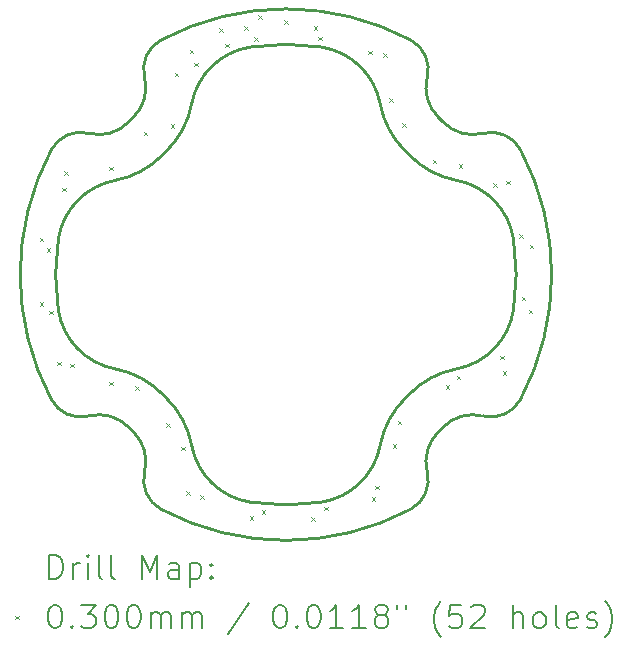
<source format=gbr>
%TF.GenerationSoftware,KiCad,Pcbnew,7.0.6*%
%TF.CreationDate,2023-08-09T16:46:37+09:30*%
%TF.ProjectId,interior-lighting,696e7465-7269-46f7-922d-6c6967687469,V1.0*%
%TF.SameCoordinates,Original*%
%TF.FileFunction,Drillmap*%
%TF.FilePolarity,Positive*%
%FSLAX45Y45*%
G04 Gerber Fmt 4.5, Leading zero omitted, Abs format (unit mm)*
G04 Created by KiCad (PCBNEW 7.0.6) date 2023-08-09 16:46:37*
%MOMM*%
%LPD*%
G01*
G04 APERTURE LIST*
%ADD10C,0.250000*%
%ADD11C,0.200000*%
%ADD12C,0.030000*%
G04 APERTURE END LIST*
D10*
X11669438Y-11195495D02*
G75*
G03*
X11986440Y-11055673I69622J271415D01*
G01*
X8803505Y-11668438D02*
G75*
G03*
X8708216Y-11330285I-339025J86968D01*
G01*
X10301341Y-11925581D02*
G75*
G03*
X10798352Y-11443311I-92731J592802D01*
G01*
X8943328Y-8012561D02*
G75*
G03*
X8803506Y-8329562I131592J-247379D01*
G01*
X11291783Y-11330284D02*
G75*
G03*
X11196494Y-11668438I243737J-251186D01*
G01*
X10301340Y-8072424D02*
G75*
G03*
X9698660Y-8072424I-301340J-1926575D01*
G01*
X8803505Y-11668438D02*
G75*
G03*
X8943327Y-11985440I271415J-69622D01*
G01*
X9201654Y-11443310D02*
G75*
G03*
X9698660Y-11925576I589726J110520D01*
G01*
X11926576Y-10300340D02*
G75*
G03*
X11926576Y-9697660I-1926576J301340D01*
G01*
X11669438Y-11195495D02*
G75*
G03*
X11331285Y-11290784I-86968J-339025D01*
G01*
X8955785Y-11012232D02*
G75*
G03*
X8986768Y-11043215I1043655J1012672D01*
G01*
X8986767Y-8954784D02*
G75*
G03*
X9201648Y-8554689I-522277J538254D01*
G01*
X11331284Y-8707217D02*
G75*
G03*
X11669438Y-8802506I251186J243737D01*
G01*
X11926581Y-9697659D02*
G75*
G03*
X11444311Y-9200648I-592802J-92731D01*
G01*
X8330562Y-8802505D02*
G75*
G03*
X8668715Y-8707216I86968J339025D01*
G01*
X8943327Y-11985440D02*
G75*
G03*
X11056673Y-11985440I1056673J1986440D01*
G01*
X11444311Y-10797351D02*
G75*
G03*
X11044215Y-11012232I138169J-737179D01*
G01*
X8330562Y-8802505D02*
G75*
G03*
X8013560Y-8942327I-69622J-271415D01*
G01*
X8986768Y-8954785D02*
G75*
G03*
X8955785Y-8985768I1012672J-1043655D01*
G01*
X8668715Y-11290784D02*
G75*
G03*
X8708216Y-11330285I1330855J1291354D01*
G01*
X11196495Y-8329562D02*
G75*
G03*
X11056673Y-8012560I-271415J69622D01*
G01*
X8073418Y-10300341D02*
G75*
G03*
X8555689Y-10797352I592802J92731D01*
G01*
X10798351Y-8554689D02*
G75*
G03*
X11013232Y-8954785I737179J138169D01*
G01*
X11044217Y-8985767D02*
G75*
G03*
X11444311Y-9200648I538253J522277D01*
G01*
X8708216Y-8667715D02*
G75*
G03*
X8668715Y-8707216I1291354J-1330855D01*
G01*
X9698660Y-11925576D02*
G75*
G03*
X10301340Y-11925576I301340J1926575D01*
G01*
X11013233Y-11043217D02*
G75*
G03*
X10798352Y-11443311I522277J-538253D01*
G01*
X8013561Y-11055672D02*
G75*
G03*
X8330562Y-11195494I247379J131592D01*
G01*
X11444310Y-10797346D02*
G75*
G03*
X11926576Y-10300340I-110520J589726D01*
G01*
X8555689Y-9200649D02*
G75*
G03*
X8955785Y-8985768I-138169J737179D01*
G01*
X8708217Y-8667716D02*
G75*
G03*
X8803506Y-8329562I-243737J251186D01*
G01*
X11291784Y-11330285D02*
G75*
G03*
X11331285Y-11290784I-1291354J1330855D01*
G01*
X11044215Y-8985768D02*
G75*
G03*
X11013232Y-8954785I-1043655J-1012672D01*
G01*
X8668716Y-11290783D02*
G75*
G03*
X8330562Y-11195494I-251186J-243737D01*
G01*
X10798346Y-8554690D02*
G75*
G03*
X10301340Y-8072424I-589726J-110520D01*
G01*
X11056672Y-11985439D02*
G75*
G03*
X11196494Y-11668438I-131592J247379D01*
G01*
X8955784Y-11012233D02*
G75*
G03*
X8555689Y-10797352I-538254J-522277D01*
G01*
X8555690Y-9200654D02*
G75*
G03*
X8073424Y-9697660I110520J-589726D01*
G01*
X9698660Y-8072424D02*
G75*
G03*
X9201648Y-8554689I92726J-592799D01*
G01*
X11331285Y-8707216D02*
G75*
G03*
X11291784Y-8667715I-1330855J-1291354D01*
G01*
X8073424Y-9697660D02*
G75*
G03*
X8073424Y-10300340I1926576J-301340D01*
G01*
X11196495Y-8329562D02*
G75*
G03*
X11291784Y-8667715I339025J-86968D01*
G01*
X11013232Y-11043215D02*
G75*
G03*
X11044215Y-11012232I-1012672J1043655D01*
G01*
X9201649Y-11443311D02*
G75*
G03*
X8986768Y-11043215I-737179J-138169D01*
G01*
X8013560Y-8942327D02*
G75*
G03*
X8013560Y-11055673I1986440J-1056673D01*
G01*
X11986440Y-11055673D02*
G75*
G03*
X11986440Y-8942327I-1986440J1056673D01*
G01*
X11056673Y-8012560D02*
G75*
G03*
X8943327Y-8012560I-1056673J-1986440D01*
G01*
X11986439Y-8942328D02*
G75*
G03*
X11669438Y-8802506I-247379J-131592D01*
G01*
D11*
D12*
X7915000Y-9685000D02*
X7945000Y-9715000D01*
X7945000Y-9685000D02*
X7915000Y-9715000D01*
X7915000Y-10235000D02*
X7945000Y-10265000D01*
X7945000Y-10235000D02*
X7915000Y-10265000D01*
X7975000Y-9775000D02*
X8005000Y-9805000D01*
X8005000Y-9775000D02*
X7975000Y-9805000D01*
X7995000Y-10305000D02*
X8025000Y-10335000D01*
X8025000Y-10305000D02*
X7995000Y-10335000D01*
X8065000Y-10735000D02*
X8095000Y-10765000D01*
X8095000Y-10735000D02*
X8065000Y-10765000D01*
X8105000Y-9265000D02*
X8135000Y-9295000D01*
X8135000Y-9265000D02*
X8105000Y-9295000D01*
X8125000Y-9125000D02*
X8155000Y-9155000D01*
X8155000Y-9125000D02*
X8125000Y-9155000D01*
X8175000Y-10755000D02*
X8205000Y-10785000D01*
X8205000Y-10755000D02*
X8175000Y-10785000D01*
X8505000Y-9085000D02*
X8535000Y-9115000D01*
X8535000Y-9085000D02*
X8505000Y-9115000D01*
X8505000Y-10905000D02*
X8535000Y-10935000D01*
X8535000Y-10905000D02*
X8505000Y-10935000D01*
X8725000Y-10945000D02*
X8755000Y-10975000D01*
X8755000Y-10945000D02*
X8725000Y-10975000D01*
X8795000Y-8790000D02*
X8825000Y-8820000D01*
X8825000Y-8790000D02*
X8795000Y-8820000D01*
X8985000Y-11255000D02*
X9015000Y-11285000D01*
X9015000Y-11255000D02*
X8985000Y-11285000D01*
X9025000Y-8725000D02*
X9055000Y-8755000D01*
X9055000Y-8725000D02*
X9025000Y-8755000D01*
X9060000Y-8290000D02*
X9090000Y-8320000D01*
X9090000Y-8290000D02*
X9060000Y-8320000D01*
X9115000Y-11455000D02*
X9145000Y-11485000D01*
X9145000Y-11455000D02*
X9115000Y-11485000D01*
X9155000Y-11835000D02*
X9185000Y-11865000D01*
X9185000Y-11835000D02*
X9155000Y-11865000D01*
X9185000Y-8095000D02*
X9215000Y-8125000D01*
X9215000Y-8095000D02*
X9185000Y-8125000D01*
X9225000Y-8205000D02*
X9255000Y-8235000D01*
X9255000Y-8205000D02*
X9225000Y-8235000D01*
X9275000Y-11865000D02*
X9305000Y-11895000D01*
X9305000Y-11865000D02*
X9275000Y-11895000D01*
X9435000Y-7915000D02*
X9465000Y-7945000D01*
X9465000Y-7915000D02*
X9435000Y-7945000D01*
X9485000Y-8045000D02*
X9515000Y-8075000D01*
X9515000Y-8045000D02*
X9485000Y-8075000D01*
X9645000Y-7895000D02*
X9675000Y-7925000D01*
X9675000Y-7895000D02*
X9645000Y-7925000D01*
X9695000Y-12045000D02*
X9725000Y-12075000D01*
X9725000Y-12045000D02*
X9695000Y-12075000D01*
X9730000Y-7990000D02*
X9760000Y-8020000D01*
X9760000Y-7990000D02*
X9730000Y-8020000D01*
X9765000Y-7805000D02*
X9795000Y-7835000D01*
X9795000Y-7805000D02*
X9765000Y-7835000D01*
X9795000Y-11995000D02*
X9825000Y-12025000D01*
X9825000Y-11995000D02*
X9795000Y-12025000D01*
X9985000Y-7845000D02*
X10015000Y-7875000D01*
X10015000Y-7845000D02*
X9985000Y-7875000D01*
X10215000Y-12055000D02*
X10245000Y-12085000D01*
X10245000Y-12055000D02*
X10215000Y-12085000D01*
X10235000Y-7895000D02*
X10265000Y-7925000D01*
X10265000Y-7895000D02*
X10235000Y-7925000D01*
X10275000Y-7985000D02*
X10305000Y-8015000D01*
X10305000Y-7985000D02*
X10275000Y-8015000D01*
X10325000Y-11965000D02*
X10355000Y-11995000D01*
X10355000Y-11965000D02*
X10325000Y-11995000D01*
X10695000Y-8105000D02*
X10725000Y-8135000D01*
X10725000Y-8105000D02*
X10695000Y-8135000D01*
X10725000Y-11885000D02*
X10755000Y-11915000D01*
X10755000Y-11885000D02*
X10725000Y-11915000D01*
X10755000Y-11785000D02*
X10785000Y-11815000D01*
X10785000Y-11785000D02*
X10755000Y-11815000D01*
X10825000Y-8125000D02*
X10855000Y-8155000D01*
X10855000Y-8125000D02*
X10825000Y-8155000D01*
X10875000Y-8505000D02*
X10905000Y-8535000D01*
X10905000Y-8505000D02*
X10875000Y-8535000D01*
X10905000Y-11435000D02*
X10935000Y-11465000D01*
X10935000Y-11435000D02*
X10905000Y-11465000D01*
X10945000Y-11235000D02*
X10975000Y-11265000D01*
X10975000Y-11235000D02*
X10945000Y-11265000D01*
X10985000Y-8715000D02*
X11015000Y-8745000D01*
X11015000Y-8715000D02*
X10985000Y-8745000D01*
X11245000Y-9025000D02*
X11275000Y-9055000D01*
X11275000Y-9025000D02*
X11245000Y-9055000D01*
X11355000Y-10935000D02*
X11385000Y-10965000D01*
X11385000Y-10935000D02*
X11355000Y-10965000D01*
X11445000Y-10855000D02*
X11475000Y-10885000D01*
X11475000Y-10855000D02*
X11445000Y-10885000D01*
X11465000Y-9065000D02*
X11495000Y-9095000D01*
X11495000Y-9065000D02*
X11465000Y-9095000D01*
X11755000Y-9225000D02*
X11785000Y-9255000D01*
X11785000Y-9225000D02*
X11755000Y-9255000D01*
X11815000Y-10685000D02*
X11845000Y-10715000D01*
X11845000Y-10685000D02*
X11815000Y-10715000D01*
X11835000Y-10815000D02*
X11865000Y-10845000D01*
X11865000Y-10815000D02*
X11835000Y-10845000D01*
X11865000Y-9205000D02*
X11895000Y-9235000D01*
X11895000Y-9205000D02*
X11865000Y-9235000D01*
X11975000Y-9655000D02*
X12005000Y-9685000D01*
X12005000Y-9655000D02*
X11975000Y-9685000D01*
X11995000Y-10185000D02*
X12025000Y-10215000D01*
X12025000Y-10185000D02*
X11995000Y-10215000D01*
X12055000Y-10295000D02*
X12085000Y-10325000D01*
X12085000Y-10295000D02*
X12055000Y-10325000D01*
X12065000Y-9745000D02*
X12095000Y-9775000D01*
X12095000Y-9745000D02*
X12065000Y-9775000D01*
D11*
X7998277Y-12572984D02*
X7998277Y-12372984D01*
X7998277Y-12372984D02*
X8045896Y-12372984D01*
X8045896Y-12372984D02*
X8074467Y-12382508D01*
X8074467Y-12382508D02*
X8093515Y-12401555D01*
X8093515Y-12401555D02*
X8103039Y-12420603D01*
X8103039Y-12420603D02*
X8112562Y-12458698D01*
X8112562Y-12458698D02*
X8112562Y-12487269D01*
X8112562Y-12487269D02*
X8103039Y-12525365D01*
X8103039Y-12525365D02*
X8093515Y-12544412D01*
X8093515Y-12544412D02*
X8074467Y-12563460D01*
X8074467Y-12563460D02*
X8045896Y-12572984D01*
X8045896Y-12572984D02*
X7998277Y-12572984D01*
X8198277Y-12572984D02*
X8198277Y-12439650D01*
X8198277Y-12477746D02*
X8207801Y-12458698D01*
X8207801Y-12458698D02*
X8217324Y-12449174D01*
X8217324Y-12449174D02*
X8236372Y-12439650D01*
X8236372Y-12439650D02*
X8255420Y-12439650D01*
X8322086Y-12572984D02*
X8322086Y-12439650D01*
X8322086Y-12372984D02*
X8312562Y-12382508D01*
X8312562Y-12382508D02*
X8322086Y-12392031D01*
X8322086Y-12392031D02*
X8331610Y-12382508D01*
X8331610Y-12382508D02*
X8322086Y-12372984D01*
X8322086Y-12372984D02*
X8322086Y-12392031D01*
X8445896Y-12572984D02*
X8426848Y-12563460D01*
X8426848Y-12563460D02*
X8417324Y-12544412D01*
X8417324Y-12544412D02*
X8417324Y-12372984D01*
X8550658Y-12572984D02*
X8531610Y-12563460D01*
X8531610Y-12563460D02*
X8522086Y-12544412D01*
X8522086Y-12544412D02*
X8522086Y-12372984D01*
X8779229Y-12572984D02*
X8779229Y-12372984D01*
X8779229Y-12372984D02*
X8845896Y-12515841D01*
X8845896Y-12515841D02*
X8912563Y-12372984D01*
X8912563Y-12372984D02*
X8912563Y-12572984D01*
X9093515Y-12572984D02*
X9093515Y-12468222D01*
X9093515Y-12468222D02*
X9083991Y-12449174D01*
X9083991Y-12449174D02*
X9064944Y-12439650D01*
X9064944Y-12439650D02*
X9026848Y-12439650D01*
X9026848Y-12439650D02*
X9007801Y-12449174D01*
X9093515Y-12563460D02*
X9074467Y-12572984D01*
X9074467Y-12572984D02*
X9026848Y-12572984D01*
X9026848Y-12572984D02*
X9007801Y-12563460D01*
X9007801Y-12563460D02*
X8998277Y-12544412D01*
X8998277Y-12544412D02*
X8998277Y-12525365D01*
X8998277Y-12525365D02*
X9007801Y-12506317D01*
X9007801Y-12506317D02*
X9026848Y-12496793D01*
X9026848Y-12496793D02*
X9074467Y-12496793D01*
X9074467Y-12496793D02*
X9093515Y-12487269D01*
X9188753Y-12439650D02*
X9188753Y-12639650D01*
X9188753Y-12449174D02*
X9207801Y-12439650D01*
X9207801Y-12439650D02*
X9245896Y-12439650D01*
X9245896Y-12439650D02*
X9264944Y-12449174D01*
X9264944Y-12449174D02*
X9274467Y-12458698D01*
X9274467Y-12458698D02*
X9283991Y-12477746D01*
X9283991Y-12477746D02*
X9283991Y-12534888D01*
X9283991Y-12534888D02*
X9274467Y-12553936D01*
X9274467Y-12553936D02*
X9264944Y-12563460D01*
X9264944Y-12563460D02*
X9245896Y-12572984D01*
X9245896Y-12572984D02*
X9207801Y-12572984D01*
X9207801Y-12572984D02*
X9188753Y-12563460D01*
X9369705Y-12553936D02*
X9379229Y-12563460D01*
X9379229Y-12563460D02*
X9369705Y-12572984D01*
X9369705Y-12572984D02*
X9360182Y-12563460D01*
X9360182Y-12563460D02*
X9369705Y-12553936D01*
X9369705Y-12553936D02*
X9369705Y-12572984D01*
X9369705Y-12449174D02*
X9379229Y-12458698D01*
X9379229Y-12458698D02*
X9369705Y-12468222D01*
X9369705Y-12468222D02*
X9360182Y-12458698D01*
X9360182Y-12458698D02*
X9369705Y-12449174D01*
X9369705Y-12449174D02*
X9369705Y-12468222D01*
D12*
X7707500Y-12886500D02*
X7737500Y-12916500D01*
X7737500Y-12886500D02*
X7707500Y-12916500D01*
D11*
X8036372Y-12792984D02*
X8055420Y-12792984D01*
X8055420Y-12792984D02*
X8074467Y-12802508D01*
X8074467Y-12802508D02*
X8083991Y-12812031D01*
X8083991Y-12812031D02*
X8093515Y-12831079D01*
X8093515Y-12831079D02*
X8103039Y-12869174D01*
X8103039Y-12869174D02*
X8103039Y-12916793D01*
X8103039Y-12916793D02*
X8093515Y-12954888D01*
X8093515Y-12954888D02*
X8083991Y-12973936D01*
X8083991Y-12973936D02*
X8074467Y-12983460D01*
X8074467Y-12983460D02*
X8055420Y-12992984D01*
X8055420Y-12992984D02*
X8036372Y-12992984D01*
X8036372Y-12992984D02*
X8017324Y-12983460D01*
X8017324Y-12983460D02*
X8007801Y-12973936D01*
X8007801Y-12973936D02*
X7998277Y-12954888D01*
X7998277Y-12954888D02*
X7988753Y-12916793D01*
X7988753Y-12916793D02*
X7988753Y-12869174D01*
X7988753Y-12869174D02*
X7998277Y-12831079D01*
X7998277Y-12831079D02*
X8007801Y-12812031D01*
X8007801Y-12812031D02*
X8017324Y-12802508D01*
X8017324Y-12802508D02*
X8036372Y-12792984D01*
X8188753Y-12973936D02*
X8198277Y-12983460D01*
X8198277Y-12983460D02*
X8188753Y-12992984D01*
X8188753Y-12992984D02*
X8179229Y-12983460D01*
X8179229Y-12983460D02*
X8188753Y-12973936D01*
X8188753Y-12973936D02*
X8188753Y-12992984D01*
X8264943Y-12792984D02*
X8388753Y-12792984D01*
X8388753Y-12792984D02*
X8322086Y-12869174D01*
X8322086Y-12869174D02*
X8350658Y-12869174D01*
X8350658Y-12869174D02*
X8369705Y-12878698D01*
X8369705Y-12878698D02*
X8379229Y-12888222D01*
X8379229Y-12888222D02*
X8388753Y-12907269D01*
X8388753Y-12907269D02*
X8388753Y-12954888D01*
X8388753Y-12954888D02*
X8379229Y-12973936D01*
X8379229Y-12973936D02*
X8369705Y-12983460D01*
X8369705Y-12983460D02*
X8350658Y-12992984D01*
X8350658Y-12992984D02*
X8293515Y-12992984D01*
X8293515Y-12992984D02*
X8274467Y-12983460D01*
X8274467Y-12983460D02*
X8264943Y-12973936D01*
X8512563Y-12792984D02*
X8531610Y-12792984D01*
X8531610Y-12792984D02*
X8550658Y-12802508D01*
X8550658Y-12802508D02*
X8560182Y-12812031D01*
X8560182Y-12812031D02*
X8569705Y-12831079D01*
X8569705Y-12831079D02*
X8579229Y-12869174D01*
X8579229Y-12869174D02*
X8579229Y-12916793D01*
X8579229Y-12916793D02*
X8569705Y-12954888D01*
X8569705Y-12954888D02*
X8560182Y-12973936D01*
X8560182Y-12973936D02*
X8550658Y-12983460D01*
X8550658Y-12983460D02*
X8531610Y-12992984D01*
X8531610Y-12992984D02*
X8512563Y-12992984D01*
X8512563Y-12992984D02*
X8493515Y-12983460D01*
X8493515Y-12983460D02*
X8483991Y-12973936D01*
X8483991Y-12973936D02*
X8474467Y-12954888D01*
X8474467Y-12954888D02*
X8464944Y-12916793D01*
X8464944Y-12916793D02*
X8464944Y-12869174D01*
X8464944Y-12869174D02*
X8474467Y-12831079D01*
X8474467Y-12831079D02*
X8483991Y-12812031D01*
X8483991Y-12812031D02*
X8493515Y-12802508D01*
X8493515Y-12802508D02*
X8512563Y-12792984D01*
X8703039Y-12792984D02*
X8722086Y-12792984D01*
X8722086Y-12792984D02*
X8741134Y-12802508D01*
X8741134Y-12802508D02*
X8750658Y-12812031D01*
X8750658Y-12812031D02*
X8760182Y-12831079D01*
X8760182Y-12831079D02*
X8769705Y-12869174D01*
X8769705Y-12869174D02*
X8769705Y-12916793D01*
X8769705Y-12916793D02*
X8760182Y-12954888D01*
X8760182Y-12954888D02*
X8750658Y-12973936D01*
X8750658Y-12973936D02*
X8741134Y-12983460D01*
X8741134Y-12983460D02*
X8722086Y-12992984D01*
X8722086Y-12992984D02*
X8703039Y-12992984D01*
X8703039Y-12992984D02*
X8683991Y-12983460D01*
X8683991Y-12983460D02*
X8674467Y-12973936D01*
X8674467Y-12973936D02*
X8664944Y-12954888D01*
X8664944Y-12954888D02*
X8655420Y-12916793D01*
X8655420Y-12916793D02*
X8655420Y-12869174D01*
X8655420Y-12869174D02*
X8664944Y-12831079D01*
X8664944Y-12831079D02*
X8674467Y-12812031D01*
X8674467Y-12812031D02*
X8683991Y-12802508D01*
X8683991Y-12802508D02*
X8703039Y-12792984D01*
X8855420Y-12992984D02*
X8855420Y-12859650D01*
X8855420Y-12878698D02*
X8864944Y-12869174D01*
X8864944Y-12869174D02*
X8883991Y-12859650D01*
X8883991Y-12859650D02*
X8912563Y-12859650D01*
X8912563Y-12859650D02*
X8931610Y-12869174D01*
X8931610Y-12869174D02*
X8941134Y-12888222D01*
X8941134Y-12888222D02*
X8941134Y-12992984D01*
X8941134Y-12888222D02*
X8950658Y-12869174D01*
X8950658Y-12869174D02*
X8969705Y-12859650D01*
X8969705Y-12859650D02*
X8998277Y-12859650D01*
X8998277Y-12859650D02*
X9017325Y-12869174D01*
X9017325Y-12869174D02*
X9026848Y-12888222D01*
X9026848Y-12888222D02*
X9026848Y-12992984D01*
X9122086Y-12992984D02*
X9122086Y-12859650D01*
X9122086Y-12878698D02*
X9131610Y-12869174D01*
X9131610Y-12869174D02*
X9150658Y-12859650D01*
X9150658Y-12859650D02*
X9179229Y-12859650D01*
X9179229Y-12859650D02*
X9198277Y-12869174D01*
X9198277Y-12869174D02*
X9207801Y-12888222D01*
X9207801Y-12888222D02*
X9207801Y-12992984D01*
X9207801Y-12888222D02*
X9217325Y-12869174D01*
X9217325Y-12869174D02*
X9236372Y-12859650D01*
X9236372Y-12859650D02*
X9264944Y-12859650D01*
X9264944Y-12859650D02*
X9283991Y-12869174D01*
X9283991Y-12869174D02*
X9293515Y-12888222D01*
X9293515Y-12888222D02*
X9293515Y-12992984D01*
X9683991Y-12783460D02*
X9512563Y-13040603D01*
X9941134Y-12792984D02*
X9960182Y-12792984D01*
X9960182Y-12792984D02*
X9979229Y-12802508D01*
X9979229Y-12802508D02*
X9988753Y-12812031D01*
X9988753Y-12812031D02*
X9998277Y-12831079D01*
X9998277Y-12831079D02*
X10007801Y-12869174D01*
X10007801Y-12869174D02*
X10007801Y-12916793D01*
X10007801Y-12916793D02*
X9998277Y-12954888D01*
X9998277Y-12954888D02*
X9988753Y-12973936D01*
X9988753Y-12973936D02*
X9979229Y-12983460D01*
X9979229Y-12983460D02*
X9960182Y-12992984D01*
X9960182Y-12992984D02*
X9941134Y-12992984D01*
X9941134Y-12992984D02*
X9922087Y-12983460D01*
X9922087Y-12983460D02*
X9912563Y-12973936D01*
X9912563Y-12973936D02*
X9903039Y-12954888D01*
X9903039Y-12954888D02*
X9893515Y-12916793D01*
X9893515Y-12916793D02*
X9893515Y-12869174D01*
X9893515Y-12869174D02*
X9903039Y-12831079D01*
X9903039Y-12831079D02*
X9912563Y-12812031D01*
X9912563Y-12812031D02*
X9922087Y-12802508D01*
X9922087Y-12802508D02*
X9941134Y-12792984D01*
X10093515Y-12973936D02*
X10103039Y-12983460D01*
X10103039Y-12983460D02*
X10093515Y-12992984D01*
X10093515Y-12992984D02*
X10083991Y-12983460D01*
X10083991Y-12983460D02*
X10093515Y-12973936D01*
X10093515Y-12973936D02*
X10093515Y-12992984D01*
X10226848Y-12792984D02*
X10245896Y-12792984D01*
X10245896Y-12792984D02*
X10264944Y-12802508D01*
X10264944Y-12802508D02*
X10274468Y-12812031D01*
X10274468Y-12812031D02*
X10283991Y-12831079D01*
X10283991Y-12831079D02*
X10293515Y-12869174D01*
X10293515Y-12869174D02*
X10293515Y-12916793D01*
X10293515Y-12916793D02*
X10283991Y-12954888D01*
X10283991Y-12954888D02*
X10274468Y-12973936D01*
X10274468Y-12973936D02*
X10264944Y-12983460D01*
X10264944Y-12983460D02*
X10245896Y-12992984D01*
X10245896Y-12992984D02*
X10226848Y-12992984D01*
X10226848Y-12992984D02*
X10207801Y-12983460D01*
X10207801Y-12983460D02*
X10198277Y-12973936D01*
X10198277Y-12973936D02*
X10188753Y-12954888D01*
X10188753Y-12954888D02*
X10179229Y-12916793D01*
X10179229Y-12916793D02*
X10179229Y-12869174D01*
X10179229Y-12869174D02*
X10188753Y-12831079D01*
X10188753Y-12831079D02*
X10198277Y-12812031D01*
X10198277Y-12812031D02*
X10207801Y-12802508D01*
X10207801Y-12802508D02*
X10226848Y-12792984D01*
X10483991Y-12992984D02*
X10369706Y-12992984D01*
X10426848Y-12992984D02*
X10426848Y-12792984D01*
X10426848Y-12792984D02*
X10407801Y-12821555D01*
X10407801Y-12821555D02*
X10388753Y-12840603D01*
X10388753Y-12840603D02*
X10369706Y-12850127D01*
X10674468Y-12992984D02*
X10560182Y-12992984D01*
X10617325Y-12992984D02*
X10617325Y-12792984D01*
X10617325Y-12792984D02*
X10598277Y-12821555D01*
X10598277Y-12821555D02*
X10579229Y-12840603D01*
X10579229Y-12840603D02*
X10560182Y-12850127D01*
X10788753Y-12878698D02*
X10769706Y-12869174D01*
X10769706Y-12869174D02*
X10760182Y-12859650D01*
X10760182Y-12859650D02*
X10750658Y-12840603D01*
X10750658Y-12840603D02*
X10750658Y-12831079D01*
X10750658Y-12831079D02*
X10760182Y-12812031D01*
X10760182Y-12812031D02*
X10769706Y-12802508D01*
X10769706Y-12802508D02*
X10788753Y-12792984D01*
X10788753Y-12792984D02*
X10826849Y-12792984D01*
X10826849Y-12792984D02*
X10845896Y-12802508D01*
X10845896Y-12802508D02*
X10855420Y-12812031D01*
X10855420Y-12812031D02*
X10864944Y-12831079D01*
X10864944Y-12831079D02*
X10864944Y-12840603D01*
X10864944Y-12840603D02*
X10855420Y-12859650D01*
X10855420Y-12859650D02*
X10845896Y-12869174D01*
X10845896Y-12869174D02*
X10826849Y-12878698D01*
X10826849Y-12878698D02*
X10788753Y-12878698D01*
X10788753Y-12878698D02*
X10769706Y-12888222D01*
X10769706Y-12888222D02*
X10760182Y-12897746D01*
X10760182Y-12897746D02*
X10750658Y-12916793D01*
X10750658Y-12916793D02*
X10750658Y-12954888D01*
X10750658Y-12954888D02*
X10760182Y-12973936D01*
X10760182Y-12973936D02*
X10769706Y-12983460D01*
X10769706Y-12983460D02*
X10788753Y-12992984D01*
X10788753Y-12992984D02*
X10826849Y-12992984D01*
X10826849Y-12992984D02*
X10845896Y-12983460D01*
X10845896Y-12983460D02*
X10855420Y-12973936D01*
X10855420Y-12973936D02*
X10864944Y-12954888D01*
X10864944Y-12954888D02*
X10864944Y-12916793D01*
X10864944Y-12916793D02*
X10855420Y-12897746D01*
X10855420Y-12897746D02*
X10845896Y-12888222D01*
X10845896Y-12888222D02*
X10826849Y-12878698D01*
X10941134Y-12792984D02*
X10941134Y-12831079D01*
X11017325Y-12792984D02*
X11017325Y-12831079D01*
X11312563Y-13069174D02*
X11303039Y-13059650D01*
X11303039Y-13059650D02*
X11283991Y-13031079D01*
X11283991Y-13031079D02*
X11274468Y-13012031D01*
X11274468Y-13012031D02*
X11264944Y-12983460D01*
X11264944Y-12983460D02*
X11255420Y-12935841D01*
X11255420Y-12935841D02*
X11255420Y-12897746D01*
X11255420Y-12897746D02*
X11264944Y-12850127D01*
X11264944Y-12850127D02*
X11274468Y-12821555D01*
X11274468Y-12821555D02*
X11283991Y-12802508D01*
X11283991Y-12802508D02*
X11303039Y-12773936D01*
X11303039Y-12773936D02*
X11312563Y-12764412D01*
X11483991Y-12792984D02*
X11388753Y-12792984D01*
X11388753Y-12792984D02*
X11379229Y-12888222D01*
X11379229Y-12888222D02*
X11388753Y-12878698D01*
X11388753Y-12878698D02*
X11407801Y-12869174D01*
X11407801Y-12869174D02*
X11455420Y-12869174D01*
X11455420Y-12869174D02*
X11474468Y-12878698D01*
X11474468Y-12878698D02*
X11483991Y-12888222D01*
X11483991Y-12888222D02*
X11493515Y-12907269D01*
X11493515Y-12907269D02*
X11493515Y-12954888D01*
X11493515Y-12954888D02*
X11483991Y-12973936D01*
X11483991Y-12973936D02*
X11474468Y-12983460D01*
X11474468Y-12983460D02*
X11455420Y-12992984D01*
X11455420Y-12992984D02*
X11407801Y-12992984D01*
X11407801Y-12992984D02*
X11388753Y-12983460D01*
X11388753Y-12983460D02*
X11379229Y-12973936D01*
X11569706Y-12812031D02*
X11579229Y-12802508D01*
X11579229Y-12802508D02*
X11598277Y-12792984D01*
X11598277Y-12792984D02*
X11645896Y-12792984D01*
X11645896Y-12792984D02*
X11664944Y-12802508D01*
X11664944Y-12802508D02*
X11674468Y-12812031D01*
X11674468Y-12812031D02*
X11683991Y-12831079D01*
X11683991Y-12831079D02*
X11683991Y-12850127D01*
X11683991Y-12850127D02*
X11674468Y-12878698D01*
X11674468Y-12878698D02*
X11560182Y-12992984D01*
X11560182Y-12992984D02*
X11683991Y-12992984D01*
X11922087Y-12992984D02*
X11922087Y-12792984D01*
X12007801Y-12992984D02*
X12007801Y-12888222D01*
X12007801Y-12888222D02*
X11998277Y-12869174D01*
X11998277Y-12869174D02*
X11979230Y-12859650D01*
X11979230Y-12859650D02*
X11950658Y-12859650D01*
X11950658Y-12859650D02*
X11931610Y-12869174D01*
X11931610Y-12869174D02*
X11922087Y-12878698D01*
X12131610Y-12992984D02*
X12112563Y-12983460D01*
X12112563Y-12983460D02*
X12103039Y-12973936D01*
X12103039Y-12973936D02*
X12093515Y-12954888D01*
X12093515Y-12954888D02*
X12093515Y-12897746D01*
X12093515Y-12897746D02*
X12103039Y-12878698D01*
X12103039Y-12878698D02*
X12112563Y-12869174D01*
X12112563Y-12869174D02*
X12131610Y-12859650D01*
X12131610Y-12859650D02*
X12160182Y-12859650D01*
X12160182Y-12859650D02*
X12179230Y-12869174D01*
X12179230Y-12869174D02*
X12188753Y-12878698D01*
X12188753Y-12878698D02*
X12198277Y-12897746D01*
X12198277Y-12897746D02*
X12198277Y-12954888D01*
X12198277Y-12954888D02*
X12188753Y-12973936D01*
X12188753Y-12973936D02*
X12179230Y-12983460D01*
X12179230Y-12983460D02*
X12160182Y-12992984D01*
X12160182Y-12992984D02*
X12131610Y-12992984D01*
X12312563Y-12992984D02*
X12293515Y-12983460D01*
X12293515Y-12983460D02*
X12283991Y-12964412D01*
X12283991Y-12964412D02*
X12283991Y-12792984D01*
X12464944Y-12983460D02*
X12445896Y-12992984D01*
X12445896Y-12992984D02*
X12407801Y-12992984D01*
X12407801Y-12992984D02*
X12388753Y-12983460D01*
X12388753Y-12983460D02*
X12379230Y-12964412D01*
X12379230Y-12964412D02*
X12379230Y-12888222D01*
X12379230Y-12888222D02*
X12388753Y-12869174D01*
X12388753Y-12869174D02*
X12407801Y-12859650D01*
X12407801Y-12859650D02*
X12445896Y-12859650D01*
X12445896Y-12859650D02*
X12464944Y-12869174D01*
X12464944Y-12869174D02*
X12474468Y-12888222D01*
X12474468Y-12888222D02*
X12474468Y-12907269D01*
X12474468Y-12907269D02*
X12379230Y-12926317D01*
X12550658Y-12983460D02*
X12569706Y-12992984D01*
X12569706Y-12992984D02*
X12607801Y-12992984D01*
X12607801Y-12992984D02*
X12626849Y-12983460D01*
X12626849Y-12983460D02*
X12636372Y-12964412D01*
X12636372Y-12964412D02*
X12636372Y-12954888D01*
X12636372Y-12954888D02*
X12626849Y-12935841D01*
X12626849Y-12935841D02*
X12607801Y-12926317D01*
X12607801Y-12926317D02*
X12579230Y-12926317D01*
X12579230Y-12926317D02*
X12560182Y-12916793D01*
X12560182Y-12916793D02*
X12550658Y-12897746D01*
X12550658Y-12897746D02*
X12550658Y-12888222D01*
X12550658Y-12888222D02*
X12560182Y-12869174D01*
X12560182Y-12869174D02*
X12579230Y-12859650D01*
X12579230Y-12859650D02*
X12607801Y-12859650D01*
X12607801Y-12859650D02*
X12626849Y-12869174D01*
X12703039Y-13069174D02*
X12712563Y-13059650D01*
X12712563Y-13059650D02*
X12731611Y-13031079D01*
X12731611Y-13031079D02*
X12741134Y-13012031D01*
X12741134Y-13012031D02*
X12750658Y-12983460D01*
X12750658Y-12983460D02*
X12760182Y-12935841D01*
X12760182Y-12935841D02*
X12760182Y-12897746D01*
X12760182Y-12897746D02*
X12750658Y-12850127D01*
X12750658Y-12850127D02*
X12741134Y-12821555D01*
X12741134Y-12821555D02*
X12731611Y-12802508D01*
X12731611Y-12802508D02*
X12712563Y-12773936D01*
X12712563Y-12773936D02*
X12703039Y-12764412D01*
M02*

</source>
